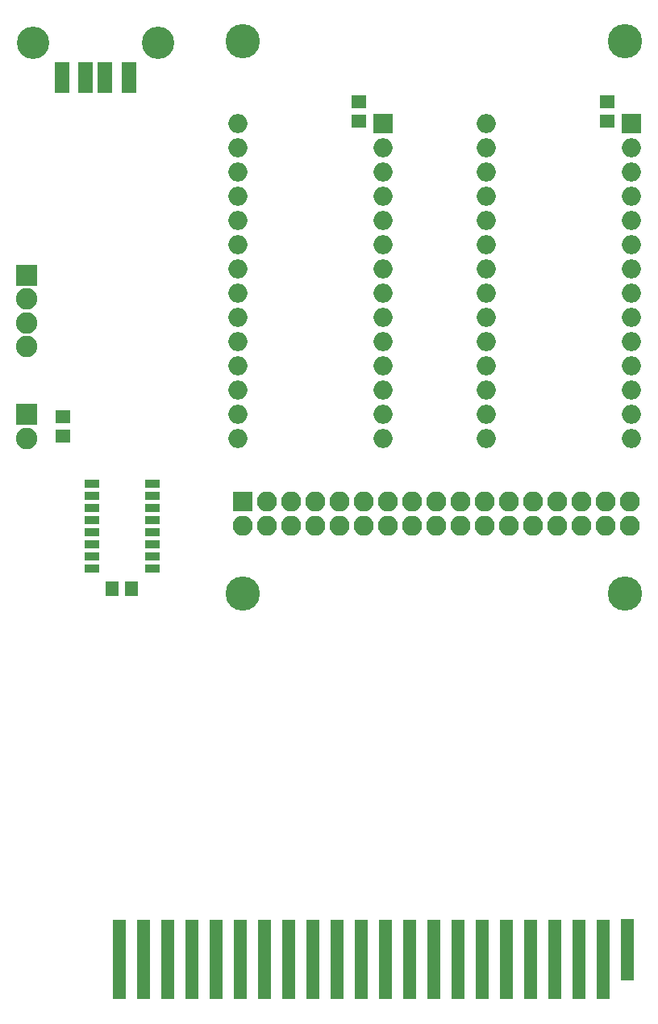
<source format=gbr>
G04 #@! TF.FileFunction,Soldermask,Top*
%FSLAX46Y46*%
G04 Gerber Fmt 4.6, Leading zero omitted, Abs format (unit mm)*
G04 Created by KiCad (PCBNEW 4.0.7) date 05/19/18 23:16:30*
%MOMM*%
%LPD*%
G01*
G04 APERTURE LIST*
%ADD10C,0.100000*%
%ADD11R,1.650000X1.400000*%
%ADD12C,3.400000*%
%ADD13R,1.520000X3.280000*%
%ADD14R,2.250000X2.250000*%
%ADD15C,2.250000*%
%ADD16R,2.100000X2.100000*%
%ADD17O,2.100000X2.100000*%
%ADD18C,3.600000*%
%ADD19R,1.543000X0.908000*%
%ADD20R,2.000000X2.000000*%
%ADD21O,2.000000X2.000000*%
%ADD22R,1.400000X6.400000*%
%ADD23R,1.400000X8.400000*%
%ADD24R,1.400000X1.650000*%
G04 APERTURE END LIST*
D10*
D11*
X106045000Y-89170000D03*
X106045000Y-91170000D03*
D12*
X102904000Y-49930000D03*
D13*
X105974000Y-53570000D03*
X108474000Y-53570000D03*
X110474000Y-53570000D03*
X112974000Y-53570000D03*
D12*
X116044000Y-49930000D03*
D14*
X102235000Y-88900000D03*
D15*
X102235000Y-91400000D03*
D16*
X124968000Y-98044000D03*
D17*
X124968000Y-100584000D03*
X127508000Y-98044000D03*
X127508000Y-100584000D03*
X130048000Y-98044000D03*
X130048000Y-100584000D03*
X132588000Y-98044000D03*
X132588000Y-100584000D03*
X135128000Y-98044000D03*
X135128000Y-100584000D03*
X137668000Y-98044000D03*
X137668000Y-100584000D03*
X140208000Y-98044000D03*
X140208000Y-100584000D03*
X142748000Y-98044000D03*
X142748000Y-100584000D03*
X145288000Y-98044000D03*
X145288000Y-100584000D03*
X147828000Y-98044000D03*
X147828000Y-100584000D03*
X150368000Y-98044000D03*
X150368000Y-100584000D03*
X152908000Y-98044000D03*
X152908000Y-100584000D03*
X155448000Y-98044000D03*
X155448000Y-100584000D03*
X157988000Y-98044000D03*
X157988000Y-100584000D03*
X160528000Y-98044000D03*
X160528000Y-100584000D03*
X163068000Y-98044000D03*
X163068000Y-100584000D03*
X165608000Y-98044000D03*
X165608000Y-100584000D03*
D14*
X102235000Y-74295000D03*
D15*
X102235000Y-76795000D03*
X102235000Y-79295000D03*
X102235000Y-81795000D03*
D18*
X124968000Y-107696000D03*
X165100000Y-107696000D03*
X124968000Y-49784000D03*
X165100000Y-49784000D03*
D11*
X137160000Y-58150000D03*
X137160000Y-56150000D03*
X163195000Y-58150000D03*
X163195000Y-56150000D03*
D19*
X115443000Y-96139000D03*
X115443000Y-98679000D03*
X115443000Y-99949000D03*
X115443000Y-101219000D03*
X115443000Y-102489000D03*
X115443000Y-103759000D03*
X115443000Y-105029000D03*
X109093000Y-105029000D03*
X109093000Y-103759000D03*
X109093000Y-102489000D03*
X109093000Y-101219000D03*
X109093000Y-99949000D03*
X109093000Y-98679000D03*
X109093000Y-97409000D03*
X109093000Y-96139000D03*
X115443000Y-97409000D03*
D20*
X139700000Y-58420000D03*
D21*
X124460000Y-91440000D03*
X139700000Y-60960000D03*
X124460000Y-88900000D03*
X139700000Y-63500000D03*
X124460000Y-86360000D03*
X139700000Y-66040000D03*
X124460000Y-83820000D03*
X139700000Y-68580000D03*
X124460000Y-81280000D03*
X139700000Y-71120000D03*
X124460000Y-78740000D03*
X139700000Y-73660000D03*
X124460000Y-76200000D03*
X139700000Y-76200000D03*
X124460000Y-73660000D03*
X139700000Y-78740000D03*
X124460000Y-71120000D03*
X139700000Y-81280000D03*
X124460000Y-68580000D03*
X139700000Y-83820000D03*
X124460000Y-66040000D03*
X139700000Y-86360000D03*
X124460000Y-63500000D03*
X139700000Y-88900000D03*
X124460000Y-60960000D03*
X139700000Y-91440000D03*
X124460000Y-58420000D03*
D20*
X165735000Y-58420000D03*
D21*
X150495000Y-91440000D03*
X165735000Y-60960000D03*
X150495000Y-88900000D03*
X165735000Y-63500000D03*
X150495000Y-86360000D03*
X165735000Y-66040000D03*
X150495000Y-83820000D03*
X165735000Y-68580000D03*
X150495000Y-81280000D03*
X165735000Y-71120000D03*
X150495000Y-78740000D03*
X165735000Y-73660000D03*
X150495000Y-76200000D03*
X165735000Y-76200000D03*
X150495000Y-73660000D03*
X165735000Y-78740000D03*
X150495000Y-71120000D03*
X165735000Y-81280000D03*
X150495000Y-68580000D03*
X165735000Y-83820000D03*
X150495000Y-66040000D03*
X165735000Y-86360000D03*
X150495000Y-63500000D03*
X165735000Y-88900000D03*
X150495000Y-60960000D03*
X165735000Y-91440000D03*
X150495000Y-58420000D03*
D22*
X165354000Y-145034000D03*
D23*
X162814000Y-146050000D03*
X160274000Y-146050000D03*
X157734000Y-146050000D03*
X155194000Y-146050000D03*
X152654000Y-146050000D03*
X150114000Y-146050000D03*
X147574000Y-146050000D03*
X145034000Y-146050000D03*
X142494000Y-146050000D03*
X139954000Y-146050000D03*
X137414000Y-146050000D03*
X134874000Y-146050000D03*
X132334000Y-146050000D03*
X129794000Y-146050000D03*
X127254000Y-146050000D03*
X124714000Y-146050000D03*
X122174000Y-146050000D03*
X119634000Y-146050000D03*
X117094000Y-146050000D03*
X114554000Y-146050000D03*
X112014000Y-146050000D03*
D22*
X165354000Y-145050000D03*
D23*
X162814000Y-146050000D03*
X160274000Y-146050000D03*
X157734000Y-146050000D03*
X155194000Y-146050000D03*
X152654000Y-146050000D03*
X150114000Y-146050000D03*
X147574000Y-146050000D03*
X145034000Y-146050000D03*
X142494000Y-146050000D03*
X139954000Y-146050000D03*
X137414000Y-146050000D03*
X134874000Y-146050000D03*
X132334000Y-146050000D03*
X129794000Y-146050000D03*
X127254000Y-146050000D03*
X124714000Y-146050000D03*
X122174000Y-146050000D03*
X119634000Y-146050000D03*
X117094000Y-146050000D03*
X114554000Y-146050000D03*
X112014000Y-146050000D03*
D24*
X113268000Y-107188000D03*
X111268000Y-107188000D03*
M02*

</source>
